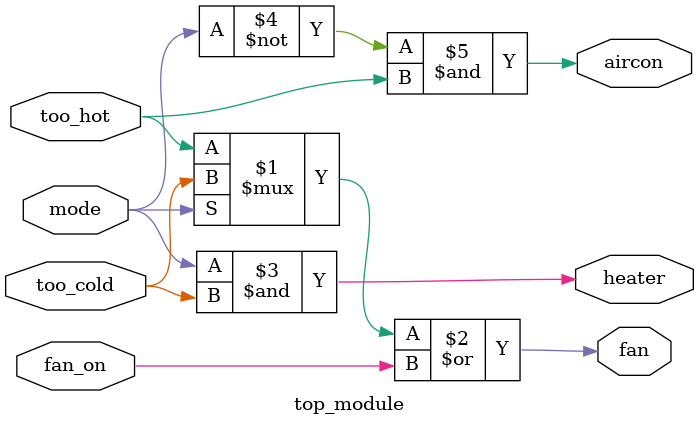
<source format=v>

module top_module (
  input mode,
  input too_cold,
  input too_hot,
  input fan_on,
  output heater,
  output aircon,
  output fan
);

  assign fan = (mode ? too_cold : too_hot) | fan_on;
  assign heater = (mode & too_cold);
  assign aircon = (~mode & too_hot);

endmodule


</source>
